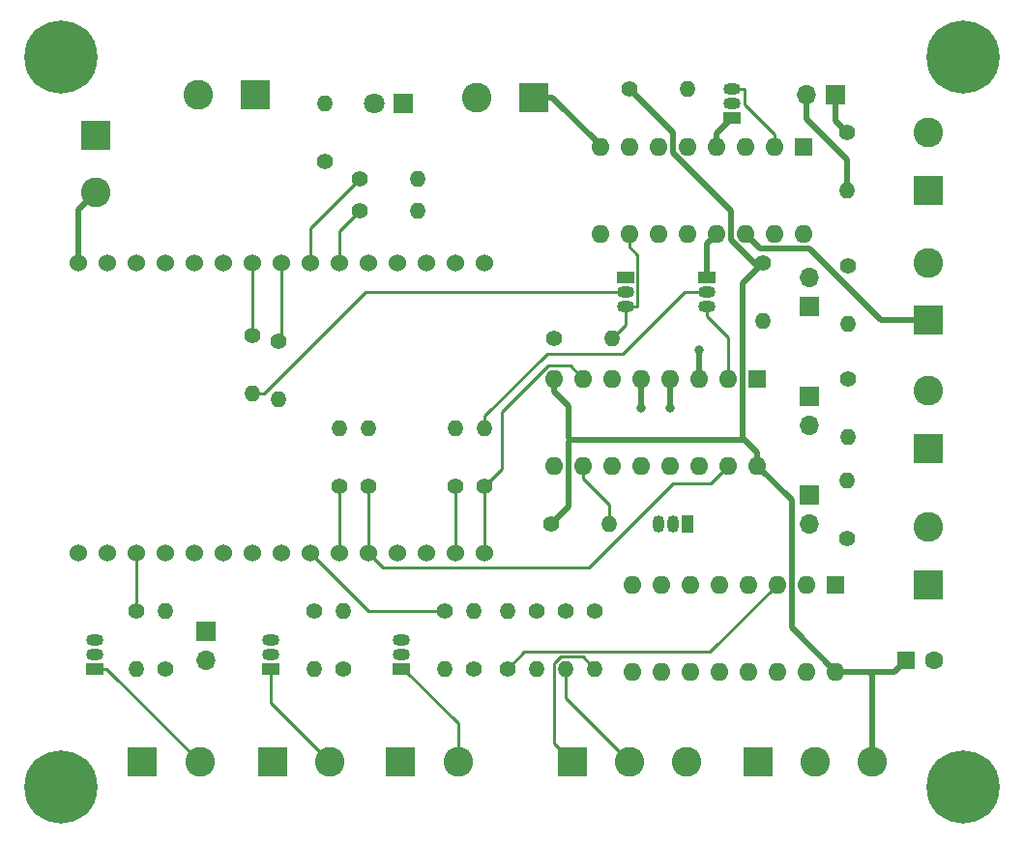
<source format=gbr>
%TF.GenerationSoftware,KiCad,Pcbnew,(5.99.0-11674-g69322a18e7)*%
%TF.CreationDate,2021-08-29T21:05:58+01:00*%
%TF.ProjectId,ScubarLightController,53637562-6172-44c6-9967-6874436f6e74,rev?*%
%TF.SameCoordinates,Original*%
%TF.FileFunction,Copper,L2,Bot*%
%TF.FilePolarity,Positive*%
%FSLAX46Y46*%
G04 Gerber Fmt 4.6, Leading zero omitted, Abs format (unit mm)*
G04 Created by KiCad (PCBNEW (5.99.0-11674-g69322a18e7)) date 2021-08-29 21:05:58*
%MOMM*%
%LPD*%
G01*
G04 APERTURE LIST*
%TA.AperFunction,ComponentPad*%
%ADD10C,1.400000*%
%TD*%
%TA.AperFunction,ComponentPad*%
%ADD11O,1.400000X1.400000*%
%TD*%
%TA.AperFunction,ComponentPad*%
%ADD12R,1.500000X1.050000*%
%TD*%
%TA.AperFunction,ComponentPad*%
%ADD13O,1.500000X1.050000*%
%TD*%
%TA.AperFunction,ComponentPad*%
%ADD14R,1.700000X1.700000*%
%TD*%
%TA.AperFunction,ComponentPad*%
%ADD15O,1.700000X1.700000*%
%TD*%
%TA.AperFunction,ComponentPad*%
%ADD16C,6.400000*%
%TD*%
%TA.AperFunction,ComponentPad*%
%ADD17C,0.800000*%
%TD*%
%TA.AperFunction,ComponentPad*%
%ADD18R,2.600000X2.600000*%
%TD*%
%TA.AperFunction,ComponentPad*%
%ADD19C,2.600000*%
%TD*%
%TA.AperFunction,ComponentPad*%
%ADD20O,1.600000X1.600000*%
%TD*%
%TA.AperFunction,ComponentPad*%
%ADD21R,1.600000X1.600000*%
%TD*%
%TA.AperFunction,ComponentPad*%
%ADD22C,1.524000*%
%TD*%
%TA.AperFunction,ComponentPad*%
%ADD23R,1.050000X1.500000*%
%TD*%
%TA.AperFunction,ComponentPad*%
%ADD24O,1.050000X1.500000*%
%TD*%
%TA.AperFunction,ComponentPad*%
%ADD25C,1.600000*%
%TD*%
%TA.AperFunction,ComponentPad*%
%ADD26R,1.800000X1.800000*%
%TD*%
%TA.AperFunction,ComponentPad*%
%ADD27C,1.800000*%
%TD*%
%TA.AperFunction,ViaPad*%
%ADD28C,0.800000*%
%TD*%
%TA.AperFunction,Conductor*%
%ADD29C,0.500000*%
%TD*%
%TA.AperFunction,Conductor*%
%ADD30C,0.250000*%
%TD*%
G04 APERTURE END LIST*
D10*
%TO.P,R23,1*%
%TO.N,Net-(J15-Pad1)*%
X57522500Y-76200000D03*
D11*
%TO.P,R23,2*%
%TO.N,+5V*%
X57522500Y-71120000D03*
%TD*%
D12*
%TO.P,Q3,1,E*%
%TO.N,GND*%
X77859500Y-41910000D03*
D13*
%TO.P,Q3,2,B*%
%TO.N,Net-(Q3-Pad2)*%
X77859500Y-43180000D03*
%TO.P,Q3,3,C*%
%TO.N,Net-(Q3-Pad3)*%
X77859500Y-44450000D03*
%TD*%
D10*
%TO.P,R1,1*%
%TO.N,Net-(J14-Pad2)*%
X30480000Y-76200000D03*
D11*
%TO.P,R1,2*%
%TO.N,+5V*%
X30480000Y-71120000D03*
%TD*%
D14*
%TO.P,J14,1,Pin_1*%
%TO.N,+5V*%
X34036000Y-72898000D03*
D15*
%TO.P,J14,2,Pin_2*%
%TO.N,Net-(J14-Pad2)*%
X34036000Y-75438000D03*
%TD*%
D10*
%TO.P,R27,1*%
%TO.N,Net-(R27-Pad1)*%
X68072000Y-71120000D03*
D11*
%TO.P,R27,2*%
%TO.N,/Adressable RGB/RGB_4_OUT*%
X68072000Y-76200000D03*
%TD*%
D16*
%TO.P,H3,1,1*%
%TO.N,GND*%
X100336000Y-86606000D03*
D17*
X98638944Y-84908944D03*
X102033056Y-84908944D03*
X97936000Y-86606000D03*
X102033056Y-88303056D03*
X98638944Y-88303056D03*
X102736000Y-86606000D03*
X100336000Y-84206000D03*
X100336000Y-89006000D03*
%TD*%
%TO.P,H1,1,1*%
%TO.N,GND*%
X19638944Y-88303056D03*
X21336000Y-84206000D03*
X19638944Y-84908944D03*
X23033056Y-88303056D03*
X23033056Y-84908944D03*
X18936000Y-86606000D03*
X21336000Y-89006000D03*
X23736000Y-86606000D03*
D16*
X21336000Y-86606000D03*
%TD*%
D18*
%TO.P,J12,1,Pin_1*%
%TO.N,GND*%
X38354000Y-25908000D03*
D19*
%TO.P,J12,2,Pin_2*%
%TO.N,+5V*%
X33354000Y-25908000D03*
%TD*%
D18*
%TO.P,J4,1,Pin_1*%
%TO.N,Net-(J17-Pad2)*%
X97282000Y-56896000D03*
D19*
%TO.P,J4,2,Pin_2*%
%TO.N,/5V Fairy Lights/L1_A*%
X97282000Y-51896000D03*
%TD*%
D20*
%TO.P,,7,GND*%
%TO.N,GND*%
X71374000Y-68834000D03*
%TD*%
D12*
%TO.P,Q6,1,E*%
%TO.N,GND*%
X70747500Y-41910000D03*
D13*
%TO.P,Q6,2,B*%
%TO.N,Net-(Q6-Pad2)*%
X70747500Y-43180000D03*
%TO.P,Q6,3,C*%
%TO.N,Net-(Q6-Pad3)*%
X70747500Y-44450000D03*
%TD*%
D18*
%TO.P,J15,1,Pin_1*%
%TO.N,Net-(J15-Pad1)*%
X51094000Y-84379000D03*
D19*
%TO.P,J15,2,Pin_2*%
%TO.N,Net-(J15-Pad2)*%
X56094000Y-84379000D03*
%TD*%
D10*
%TO.P,R25,1*%
%TO.N,Net-(R25-Pad1)*%
X62992000Y-71120000D03*
D11*
%TO.P,R25,2*%
%TO.N,/Adressable RGB/RGB_2_OUT*%
X62992000Y-76200000D03*
%TD*%
D10*
%TO.P,R10,1*%
%TO.N,/31V Fairy Lights/L2_A*%
X90260000Y-40894000D03*
D11*
%TO.P,R10,2*%
%TO.N,Net-(J10-Pad1)*%
X90260000Y-45974000D03*
%TD*%
D10*
%TO.P,R5,1*%
%TO.N,+5V*%
X82804000Y-40640000D03*
D11*
%TO.P,R5,2*%
%TO.N,Net-(Q3-Pad3)*%
X82804000Y-45720000D03*
%TD*%
D21*
%TO.P,U3,1,EN1\u002C2*%
%TO.N,Net-(R15-Pad2)*%
X86345000Y-30520000D03*
D20*
%TO.P,U3,2,1A*%
%TO.N,Net-(Q5-Pad3)*%
X83805000Y-30520000D03*
%TO.P,U3,3,1Y*%
%TO.N,/31V Fairy Lights/L1_A*%
X81265000Y-30520000D03*
%TO.P,U3,4,GND*%
%TO.N,GND*%
X78725000Y-30520000D03*
%TO.P,U3,5,GND*%
X76185000Y-30520000D03*
%TO.P,U3,6,2Y*%
%TO.N,/31V Fairy Lights/L1_B*%
X73645000Y-30520000D03*
%TO.P,U3,7,2A*%
%TO.N,S1_SEL*%
X71105000Y-30520000D03*
%TO.P,U3,8,VCC2*%
%TO.N,+28V*%
X68565000Y-30520000D03*
%TO.P,U3,9,EN3\u002C4*%
%TO.N,Net-(R16-Pad2)*%
X68565000Y-38140000D03*
%TO.P,U3,10,3A*%
%TO.N,Net-(Q6-Pad3)*%
X71105000Y-38140000D03*
%TO.P,U3,11,3Y*%
%TO.N,/31V Fairy Lights/L2_A*%
X73645000Y-38140000D03*
%TO.P,U3,12,GND*%
%TO.N,GND*%
X76185000Y-38140000D03*
%TO.P,U3,13,GND*%
X78725000Y-38140000D03*
%TO.P,U3,14,4Y*%
%TO.N,/31V Fairy Lights/L2_B*%
X81265000Y-38140000D03*
%TO.P,U3,15,4A*%
%TO.N,S2_SEL*%
X83805000Y-38140000D03*
%TO.P,U3,16,VCC1*%
%TO.N,+5V*%
X86345000Y-38140000D03*
%TD*%
D21*
%TO.P,U5,1,1~{OE}*%
%TO.N,GND*%
X89154000Y-68834000D03*
D20*
%TO.P,U5,2,1A*%
%TO.N,RGB_DATA_1*%
X86614000Y-68834000D03*
%TO.P,U5,3,1Y*%
%TO.N,Net-(R24-Pad1)*%
X84074000Y-68834000D03*
%TO.P,U5,4,2~{OE}*%
%TO.N,GND*%
X81534000Y-68834000D03*
%TO.P,U5,5,2A*%
%TO.N,/Adressable RGB/RGB_2_IN*%
X78994000Y-68834000D03*
%TO.P,U5,6,2Y*%
%TO.N,Net-(R25-Pad1)*%
X76454000Y-68834000D03*
%TO.P,U5,7,GND*%
%TO.N,GND*%
X73914000Y-68834000D03*
%TO.P,U5,8,3Y*%
%TO.N,Net-(R26-Pad1)*%
X73914000Y-76454000D03*
%TO.P,U5,9,3A*%
%TO.N,/Adressable RGB/RGB_3_IN*%
X76454000Y-76454000D03*
%TO.P,U5,10,3~{OE}*%
%TO.N,GND*%
X78994000Y-76454000D03*
%TO.P,U5,11,4Y*%
%TO.N,Net-(R27-Pad1)*%
X81534000Y-76454000D03*
%TO.P,U5,12,4A*%
%TO.N,/Adressable RGB/RGB_4_IN*%
X84074000Y-76454000D03*
%TO.P,U5,13,4~{OE}*%
%TO.N,GND*%
X86614000Y-76454000D03*
%TO.P,U5,14,Vcc*%
%TO.N,+5V*%
X89154000Y-76454000D03*
%TD*%
D10*
%TO.P,R22,1*%
%TO.N,LED_3*%
X54982500Y-71120000D03*
D11*
%TO.P,R22,2*%
%TO.N,Net-(Q7-Pad2)*%
X54982500Y-76200000D03*
%TD*%
D10*
%TO.P,R13,1*%
%TO.N,+5V*%
X71120000Y-25440000D03*
D11*
%TO.P,R13,2*%
%TO.N,Net-(Q5-Pad3)*%
X76200000Y-25440000D03*
%TD*%
D22*
%TO.P,U4,1,EN*%
%TO.N,unconnected-(U4-Pad1)*%
X58420000Y-40640000D03*
%TO.P,U4,2,IO36/VP*%
%TO.N,unconnected-(U4-Pad2)*%
X55880000Y-40640000D03*
%TO.P,U4,3,IO39/VN*%
%TO.N,unconnected-(U4-Pad3)*%
X53340000Y-40640000D03*
%TO.P,U4,4,IO34*%
%TO.N,unconnected-(U4-Pad4)*%
X50800000Y-40640000D03*
%TO.P,U4,5,IO35*%
%TO.N,unconnected-(U4-Pad5)*%
X48260000Y-40640000D03*
%TO.P,U4,6,IO32*%
%TO.N,S1_PWM*%
X45720000Y-40640000D03*
%TO.P,U4,7,IO33*%
%TO.N,S1_SEL*%
X43180000Y-40640000D03*
%TO.P,U4,8,IO25*%
%TO.N,S2_PWM*%
X40640000Y-40640000D03*
%TO.P,U4,9,IO26*%
%TO.N,S2_SEL*%
X38100000Y-40640000D03*
%TO.P,U4,10,IO27*%
%TO.N,unconnected-(U4-Pad10)*%
X35560000Y-40640000D03*
%TO.P,U4,11,IO14*%
%TO.N,unconnected-(U4-Pad11)*%
X33020000Y-40640000D03*
%TO.P,U4,12,IO12*%
%TO.N,unconnected-(U4-Pad12)*%
X30480000Y-40640000D03*
%TO.P,U4,13,IO13*%
%TO.N,unconnected-(U4-Pad13)*%
X27940000Y-40640000D03*
%TO.P,U4,14,GND*%
%TO.N,GND*%
X25400000Y-40640000D03*
%TO.P,U4,15,VIN*%
%TO.N,+5V*%
X22860000Y-40640000D03*
%TO.P,U4,16,IO23*%
%TO.N,S3_SEL*%
X58420000Y-66040000D03*
%TO.P,U4,17,IO22*%
%TO.N,S3_PWM*%
X55880000Y-66040000D03*
%TO.P,U4,18,IO1/TX0*%
%TO.N,unconnected-(U4-Pad18)*%
X53340000Y-66040000D03*
%TO.P,U4,19,IO3/RX0*%
%TO.N,unconnected-(U4-Pad19)*%
X50800000Y-66040000D03*
%TO.P,U4,20,IO21*%
%TO.N,S4_SEL*%
X48260000Y-66040000D03*
%TO.P,U4,21,IO19*%
%TO.N,S4_PWM*%
X45720000Y-66040000D03*
%TO.P,U4,22,IO18*%
%TO.N,LED_3*%
X43180000Y-66040000D03*
%TO.P,U4,23,IO5*%
%TO.N,RGB_DATA_1*%
X40640000Y-66040000D03*
%TO.P,U4,24,IO17/TX2*%
%TO.N,unconnected-(U4-Pad24)*%
X38100000Y-66040000D03*
%TO.P,U4,25,IO16/RX2*%
%TO.N,unconnected-(U4-Pad25)*%
X35560000Y-66040000D03*
%TO.P,U4,26,IO4*%
%TO.N,LED_2*%
X33020000Y-66040000D03*
%TO.P,U4,27,IO2*%
%TO.N,unconnected-(U4-Pad27)*%
X30480000Y-66040000D03*
%TO.P,U4,28,IO15*%
%TO.N,LED_1*%
X27940000Y-66040000D03*
%TO.P,U4,29,GND*%
%TO.N,GND*%
X25400000Y-66040000D03*
%TO.P,U4,30,3V3*%
%TO.N,unconnected-(U4-Pad30)*%
X22860000Y-66040000D03*
%TD*%
D14*
%TO.P,J17,1,Pin_1*%
%TO.N,/5V Fairy Lights/L1_B*%
X86868000Y-52324000D03*
D15*
%TO.P,J17,2,Pin_2*%
%TO.N,Net-(J17-Pad2)*%
X86868000Y-54864000D03*
%TD*%
D21*
%TO.P,U2,1,EN1\u002C2*%
%TO.N,Net-(R7-Pad2)*%
X82296000Y-50800000D03*
D20*
%TO.P,U2,2,1A*%
%TO.N,Net-(Q3-Pad3)*%
X79756000Y-50800000D03*
%TO.P,U2,3,1Y*%
%TO.N,/5V Fairy Lights/L1_A*%
X77216000Y-50800000D03*
%TO.P,U2,4,GND*%
%TO.N,GND*%
X74676000Y-50800000D03*
%TO.P,U2,5,GND*%
X72136000Y-50800000D03*
%TO.P,U2,6,2Y*%
%TO.N,/5V Fairy Lights/L1_B*%
X69596000Y-50800000D03*
%TO.P,U2,7,2A*%
%TO.N,S3_SEL*%
X67056000Y-50800000D03*
%TO.P,U2,8,VCC2*%
%TO.N,+5V*%
X64516000Y-50800000D03*
%TO.P,U2,9,EN3\u002C4*%
%TO.N,Net-(R8-Pad2)*%
X64516000Y-58420000D03*
%TO.P,U2,10,3A*%
%TO.N,Net-(Q4-Pad3)*%
X67056000Y-58420000D03*
%TO.P,U2,11,3Y*%
%TO.N,/5V Fairy Lights/L2_A*%
X69596000Y-58420000D03*
%TO.P,U2,12,GND*%
%TO.N,GND*%
X72136000Y-58420000D03*
%TO.P,U2,13,GND*%
X74676000Y-58420000D03*
%TO.P,U2,14,4Y*%
%TO.N,/5V Fairy Lights/L2_B*%
X77216000Y-58420000D03*
%TO.P,U2,15,4A*%
%TO.N,S4_SEL*%
X79756000Y-58420000D03*
%TO.P,U2,16,VCC1*%
%TO.N,+5V*%
X82296000Y-58420000D03*
%TD*%
D14*
%TO.P,J9,1,Pin_1*%
%TO.N,/31V Fairy Lights/L1_B*%
X89154000Y-25908000D03*
D15*
%TO.P,J9,2,Pin_2*%
%TO.N,Net-(J2-Pad1)*%
X86614000Y-25908000D03*
%TD*%
D10*
%TO.P,R26,1*%
%TO.N,Net-(R26-Pad1)*%
X65532000Y-71120000D03*
D11*
%TO.P,R26,2*%
%TO.N,/Adressable RGB/RGB_3_OUT*%
X65532000Y-76200000D03*
%TD*%
D23*
%TO.P,Q4,1,E*%
%TO.N,GND*%
X76200000Y-63500000D03*
D24*
%TO.P,Q4,2,B*%
%TO.N,Net-(Q4-Pad2)*%
X74930000Y-63500000D03*
%TO.P,Q4,3,C*%
%TO.N,Net-(Q4-Pad3)*%
X73660000Y-63500000D03*
%TD*%
D12*
%TO.P,Q1,1,C*%
%TO.N,Net-(J7-Pad2)*%
X39742500Y-76200000D03*
D13*
%TO.P,Q1,2,B*%
%TO.N,Net-(Q1-Pad2)*%
X39742500Y-74930000D03*
%TO.P,Q1,3,E*%
%TO.N,GND*%
X39742500Y-73660000D03*
%TD*%
D10*
%TO.P,R20,1*%
%TO.N,LED_2*%
X43552500Y-71120000D03*
D11*
%TO.P,R20,2*%
%TO.N,Net-(Q1-Pad2)*%
X43552500Y-76200000D03*
%TD*%
D10*
%TO.P,R19,1*%
%TO.N,LED_1*%
X27940000Y-71120000D03*
D11*
%TO.P,R19,2*%
%TO.N,Net-(Q2-Pad2)*%
X27940000Y-76200000D03*
%TD*%
D10*
%TO.P,R2,1*%
%TO.N,+5V*%
X44450000Y-31750000D03*
D11*
%TO.P,R2,2*%
%TO.N,Net-(D1-Pad2)*%
X44450000Y-26670000D03*
%TD*%
D10*
%TO.P,R14,1*%
%TO.N,+5V*%
X64516000Y-47244000D03*
D11*
%TO.P,R14,2*%
%TO.N,Net-(Q6-Pad3)*%
X69596000Y-47244000D03*
%TD*%
D18*
%TO.P,J8,1,Pin_1*%
%TO.N,GND*%
X24384000Y-29504000D03*
D19*
%TO.P,J8,2,Pin_2*%
%TO.N,+5V*%
X24384000Y-34504000D03*
%TD*%
D12*
%TO.P,Q5,1,E*%
%TO.N,GND*%
X80100000Y-27940000D03*
D13*
%TO.P,Q5,2,B*%
%TO.N,Net-(Q5-Pad2)*%
X80100000Y-26670000D03*
%TO.P,Q5,3,C*%
%TO.N,Net-(Q5-Pad3)*%
X80100000Y-25400000D03*
%TD*%
D10*
%TO.P,R21,1*%
%TO.N,Net-(J7-Pad1)*%
X46092500Y-76200000D03*
D11*
%TO.P,R21,2*%
%TO.N,+5V*%
X46092500Y-71120000D03*
%TD*%
D12*
%TO.P,Q2,1,C*%
%TO.N,Net-(J6-Pad2)*%
X24265500Y-76200000D03*
D13*
%TO.P,Q2,2,B*%
%TO.N,Net-(Q2-Pad2)*%
X24265500Y-74930000D03*
%TO.P,Q2,3,E*%
%TO.N,GND*%
X24265500Y-73660000D03*
%TD*%
D20*
%TO.P,,7,GND*%
%TO.N,GND*%
X71374000Y-76454000D03*
%TD*%
D14*
%TO.P,J10,1,Pin_1*%
%TO.N,Net-(J10-Pad1)*%
X86868000Y-44450000D03*
D15*
%TO.P,J10,2,Pin_2*%
%TO.N,/31V Fairy Lights/L2_A*%
X86868000Y-41910000D03*
%TD*%
D12*
%TO.P,Q7,1,C*%
%TO.N,Net-(J15-Pad2)*%
X51172500Y-76200000D03*
D13*
%TO.P,Q7,2,B*%
%TO.N,Net-(Q7-Pad2)*%
X51172500Y-74930000D03*
%TO.P,Q7,3,E*%
%TO.N,GND*%
X51172500Y-73660000D03*
%TD*%
D10*
%TO.P,R12,1*%
%TO.N,S2_SEL*%
X38100000Y-46990000D03*
D11*
%TO.P,R12,2*%
%TO.N,Net-(Q6-Pad2)*%
X38100000Y-52070000D03*
%TD*%
D18*
%TO.P,J6,1,Pin_1*%
%TO.N,Net-(J14-Pad2)*%
X28488000Y-84379000D03*
D19*
%TO.P,J6,2,Pin_2*%
%TO.N,Net-(J6-Pad2)*%
X33488000Y-84379000D03*
%TD*%
D18*
%TO.P,J13,1,Pin_1*%
%TO.N,GND*%
X82376000Y-84379000D03*
D19*
%TO.P,J13,2,Pin_2*%
%TO.N,/Adressable RGB/RGB_1_OUT*%
X87376000Y-84379000D03*
%TO.P,J13,3,Pin_3*%
%TO.N,+5V*%
X92376000Y-84379000D03*
%TD*%
D21*
%TO.P,C3,1*%
%TO.N,+5V*%
X95314900Y-75438000D03*
D25*
%TO.P,C3,2*%
%TO.N,GND*%
X97814900Y-75438000D03*
%TD*%
D14*
%TO.P,J18,1,Pin_1*%
%TO.N,Net-(J18-Pad1)*%
X86868000Y-60960000D03*
D15*
%TO.P,J18,2,Pin_2*%
%TO.N,/5V Fairy Lights/L2_A*%
X86868000Y-63500000D03*
%TD*%
D10*
%TO.P,R6,1*%
%TO.N,+5V*%
X64262000Y-63500000D03*
D11*
%TO.P,R6,2*%
%TO.N,Net-(Q4-Pad3)*%
X69342000Y-63500000D03*
%TD*%
D26*
%TO.P,D1,1,K*%
%TO.N,GND*%
X51313000Y-26670000D03*
D27*
%TO.P,D1,2,A*%
%TO.N,Net-(D1-Pad2)*%
X48773000Y-26670000D03*
%TD*%
D10*
%TO.P,R9,1*%
%TO.N,/31V Fairy Lights/L1_B*%
X90170000Y-29210000D03*
D11*
%TO.P,R9,2*%
%TO.N,Net-(J2-Pad1)*%
X90170000Y-34290000D03*
%TD*%
D18*
%TO.P,J11,1,Pin_1*%
%TO.N,/Adressable RGB/RGB_4_OUT*%
X66120000Y-84379000D03*
D19*
%TO.P,J11,2,Pin_2*%
%TO.N,/Adressable RGB/RGB_3_OUT*%
X71120000Y-84379000D03*
%TO.P,J11,3,Pin_3*%
%TO.N,/Adressable RGB/RGB_2_OUT*%
X76120000Y-84379000D03*
%TD*%
D10*
%TO.P,R3,1*%
%TO.N,S3_SEL*%
X58420000Y-60198000D03*
D11*
%TO.P,R3,2*%
%TO.N,Net-(Q3-Pad2)*%
X58420000Y-55118000D03*
%TD*%
D18*
%TO.P,J2,1,Pin_1*%
%TO.N,Net-(J2-Pad1)*%
X97282000Y-34290000D03*
D19*
%TO.P,J2,2,Pin_2*%
%TO.N,/31V Fairy Lights/L1_A*%
X97282000Y-29290000D03*
%TD*%
D10*
%TO.P,R18,1*%
%TO.N,/5V Fairy Lights/L2_A*%
X90170000Y-64770000D03*
D11*
%TO.P,R18,2*%
%TO.N,Net-(J18-Pad1)*%
X90170000Y-59690000D03*
%TD*%
D18*
%TO.P,J1,1,Pin_1*%
%TO.N,+28V*%
X62738000Y-26162000D03*
D19*
%TO.P,J1,2,Pin_2*%
%TO.N,GND*%
X57738000Y-26162000D03*
%TD*%
D10*
%TO.P,R24,1*%
%TO.N,Net-(R24-Pad1)*%
X60452000Y-76200000D03*
D11*
%TO.P,R24,2*%
%TO.N,/Adressable RGB/RGB_1_OUT*%
X60452000Y-71120000D03*
%TD*%
D18*
%TO.P,J7,1,Pin_1*%
%TO.N,Net-(J7-Pad1)*%
X39878000Y-84328000D03*
D19*
%TO.P,J7,2,Pin_2*%
%TO.N,Net-(J7-Pad2)*%
X44878000Y-84328000D03*
%TD*%
D10*
%TO.P,R4,1*%
%TO.N,S4_SEL*%
X48260000Y-60198000D03*
D11*
%TO.P,R4,2*%
%TO.N,Net-(Q4-Pad2)*%
X48260000Y-55118000D03*
%TD*%
D10*
%TO.P,R17,1*%
%TO.N,/5V Fairy Lights/L1_B*%
X90260000Y-50800000D03*
D11*
%TO.P,R17,2*%
%TO.N,Net-(J17-Pad2)*%
X90260000Y-55880000D03*
%TD*%
D10*
%TO.P,R15,1*%
%TO.N,S1_PWM*%
X47498000Y-36068000D03*
D11*
%TO.P,R15,2*%
%TO.N,Net-(R15-Pad2)*%
X52578000Y-36068000D03*
%TD*%
D10*
%TO.P,R11,1*%
%TO.N,S1_SEL*%
X47498000Y-33274000D03*
D11*
%TO.P,R11,2*%
%TO.N,Net-(Q5-Pad2)*%
X52578000Y-33274000D03*
%TD*%
D18*
%TO.P,J5,1,Pin_1*%
%TO.N,/5V Fairy Lights/L2_B*%
X97282000Y-68834000D03*
D19*
%TO.P,J5,2,Pin_2*%
%TO.N,Net-(J18-Pad1)*%
X97282000Y-63834000D03*
%TD*%
D17*
%TO.P,H2,1,1*%
%TO.N,GND*%
X100336000Y-20206000D03*
X100336000Y-25006000D03*
X102033056Y-20908944D03*
X97936000Y-22606000D03*
X102033056Y-24303056D03*
X98638944Y-24303056D03*
X102736000Y-22606000D03*
D16*
X100336000Y-22606000D03*
D17*
X98638944Y-20908944D03*
%TD*%
D10*
%TO.P,R16,1*%
%TO.N,S2_PWM*%
X40386000Y-47498000D03*
D11*
%TO.P,R16,2*%
%TO.N,Net-(R16-Pad2)*%
X40386000Y-52578000D03*
%TD*%
D10*
%TO.P,R8,1*%
%TO.N,S4_PWM*%
X45720000Y-60198000D03*
D11*
%TO.P,R8,2*%
%TO.N,Net-(R8-Pad2)*%
X45720000Y-55118000D03*
%TD*%
D17*
%TO.P,H4,1,1*%
%TO.N,GND*%
X18936000Y-22606000D03*
X23736000Y-22606000D03*
X19638944Y-20908944D03*
X23033056Y-20908944D03*
X23033056Y-24303056D03*
D16*
X21336000Y-22606000D03*
D17*
X19638944Y-24303056D03*
X21336000Y-25006000D03*
X21336000Y-20206000D03*
%TD*%
D10*
%TO.P,R7,1*%
%TO.N,S3_PWM*%
X55880000Y-60198000D03*
D11*
%TO.P,R7,2*%
%TO.N,Net-(R7-Pad2)*%
X55880000Y-55118000D03*
%TD*%
D18*
%TO.P,J3,1,Pin_1*%
%TO.N,/31V Fairy Lights/L2_B*%
X97282000Y-45680000D03*
D19*
%TO.P,J3,2,Pin_2*%
%TO.N,Net-(J10-Pad1)*%
X97282000Y-40680000D03*
%TD*%
D28*
%TO.N,GND*%
X72136000Y-53340000D03*
X74676000Y-53340000D03*
%TO.N,/5V Fairy Lights/L1_A*%
X77216000Y-48260000D03*
%TD*%
D29*
%TO.N,GND*%
X77859500Y-39005500D02*
X78725000Y-38140000D01*
X77859500Y-41910000D02*
X77859500Y-39005500D01*
X78725000Y-29315000D02*
X80100000Y-27940000D01*
X74676000Y-50800000D02*
X74676000Y-53340000D01*
X78725000Y-30520000D02*
X78725000Y-29315000D01*
X72136000Y-50800000D02*
X72136000Y-53340000D01*
D30*
%TO.N,LED_1*%
X27940000Y-71120000D02*
X27940000Y-66040000D01*
D29*
%TO.N,+5V*%
X71120000Y-25440000D02*
X74915000Y-29235000D01*
X80010000Y-38652076D02*
X82349924Y-40992000D01*
X65786000Y-61976000D02*
X65786000Y-56314000D01*
X89154000Y-76454000D02*
X92122000Y-76454000D01*
X81170600Y-56169300D02*
X65930700Y-56169300D01*
D30*
X82452000Y-40992000D02*
X82804000Y-40640000D01*
D29*
X92122000Y-76454000D02*
X94298900Y-76454000D01*
X22860000Y-36028000D02*
X22860000Y-40640000D01*
X85323511Y-72623511D02*
X85323511Y-61447511D01*
X92122000Y-76454000D02*
X92376000Y-76708000D01*
X24384000Y-34504000D02*
X22860000Y-36028000D01*
X64516000Y-51925300D02*
X64516000Y-50800000D01*
X82349924Y-40992000D02*
X82452000Y-40992000D01*
X92376000Y-76708000D02*
X92376000Y-84379000D01*
X74915000Y-31017076D02*
X80010000Y-36112076D01*
X81026000Y-56024700D02*
X81026000Y-42418000D01*
X81026000Y-42418000D02*
X82452000Y-40992000D01*
X64262000Y-63500000D02*
X65786000Y-61976000D01*
X65786000Y-56024600D02*
X65786000Y-53195300D01*
X85323511Y-72623511D02*
X89154000Y-76454000D01*
X82296000Y-57294700D02*
X81170600Y-56169300D01*
X81170600Y-56169300D02*
X81026000Y-56024700D01*
X85323511Y-61447511D02*
X82296000Y-58420000D01*
X65930700Y-56169300D02*
X65786000Y-56314000D01*
X80010000Y-36112076D02*
X80010000Y-38652076D01*
X94298900Y-76454000D02*
X95314900Y-75438000D01*
X74915000Y-29235000D02*
X74915000Y-31017076D01*
X82296000Y-58420000D02*
X82296000Y-57294700D01*
X65786000Y-53195300D02*
X64516000Y-51925300D01*
D30*
%TO.N,S4_PWM*%
X45720000Y-60198000D02*
X45720000Y-66040000D01*
%TO.N,Net-(Q3-Pad3)*%
X79756000Y-49674700D02*
X79756000Y-47196800D01*
X79756000Y-50800000D02*
X79756000Y-49674700D01*
X77859500Y-44450000D02*
X77859500Y-45300300D01*
X79756000Y-47196800D02*
X77859500Y-45300300D01*
%TO.N,S1_SEL*%
X47498000Y-33274000D02*
X43180000Y-37592000D01*
X43180000Y-37592000D02*
X43180000Y-40640000D01*
%TO.N,S4_SEL*%
X74930000Y-59944000D02*
X78232000Y-59944000D01*
X48260000Y-60198000D02*
X48260000Y-66040000D01*
X78232000Y-59944000D02*
X79756000Y-58420000D01*
X48260000Y-66040000D02*
X49530000Y-67310000D01*
X49530000Y-67310000D02*
X67564000Y-67310000D01*
X67564000Y-67310000D02*
X74930000Y-59944000D01*
%TO.N,S3_PWM*%
X55880000Y-60198000D02*
X55880000Y-66040000D01*
%TO.N,S3_SEL*%
X58420000Y-60198000D02*
X59942500Y-58675500D01*
X59942500Y-58675500D02*
X59942500Y-53745500D01*
X58420000Y-60198000D02*
X58420000Y-66040000D01*
X59942500Y-53745500D02*
X64013300Y-49674700D01*
X64013300Y-49674700D02*
X65930700Y-49674700D01*
X65930700Y-49674700D02*
X67056000Y-50800000D01*
%TO.N,S2_SEL*%
X38100000Y-46990000D02*
X38100000Y-40640000D01*
%TO.N,S1_PWM*%
X45720000Y-37846000D02*
X45720000Y-40640000D01*
X47498000Y-36068000D02*
X45720000Y-37846000D01*
%TO.N,S2_PWM*%
X40640000Y-46990000D02*
X40640000Y-40640000D01*
%TO.N,Net-(Q4-Pad3)*%
X67056000Y-58420000D02*
X67056000Y-59545300D01*
X69342000Y-61831300D02*
X67056000Y-59545300D01*
X69342000Y-63500000D02*
X69342000Y-61831300D01*
%TO.N,Net-(Q3-Pad2)*%
X63904100Y-48608600D02*
X70515500Y-48608600D01*
X58420000Y-55118000D02*
X58420000Y-54092700D01*
X75944100Y-43180000D02*
X77859500Y-43180000D01*
X70515500Y-48608600D02*
X75944100Y-43180000D01*
X58420000Y-54092700D02*
X63904100Y-48608600D01*
%TO.N,Net-(Q5-Pad3)*%
X81175300Y-26765000D02*
X83805000Y-29394700D01*
X80100000Y-25400000D02*
X81175300Y-25400000D01*
X81175300Y-25400000D02*
X81175300Y-26765000D01*
X83805000Y-30520000D02*
X83805000Y-29394700D01*
D29*
%TO.N,+28V*%
X68565000Y-30363700D02*
X68565000Y-30520000D01*
X64363300Y-26162000D02*
X68565000Y-30363700D01*
X62738000Y-26162000D02*
X64363300Y-26162000D01*
%TO.N,/31V Fairy Lights/L1_B*%
X89154000Y-28194000D02*
X89154000Y-25908000D01*
X90170000Y-29210000D02*
X89154000Y-28194000D01*
%TO.N,/31V Fairy Lights/L2_B*%
X85827435Y-39389511D02*
X85807924Y-39370000D01*
X93153054Y-45680000D02*
X86862565Y-39389511D01*
X82514511Y-39389511D02*
X81265000Y-38140000D01*
X86862565Y-39389511D02*
X85827435Y-39389511D01*
X85807924Y-39370000D02*
X84342076Y-39370000D01*
X97333000Y-45680000D02*
X93153054Y-45680000D01*
X84342076Y-39370000D02*
X84322565Y-39389511D01*
X84322565Y-39389511D02*
X82514511Y-39389511D01*
%TO.N,/5V Fairy Lights/L1_A*%
X77216000Y-48260000D02*
X77216000Y-50800000D01*
D30*
%TO.N,Net-(Q6-Pad3)*%
X70747500Y-46092500D02*
X69596000Y-47244000D01*
X71822800Y-39983100D02*
X71822800Y-44450000D01*
X70747500Y-44450000D02*
X70747500Y-46092500D01*
X71105000Y-39265300D02*
X71822800Y-39983100D01*
X71105000Y-38140000D02*
X71105000Y-39265300D01*
X70747500Y-44450000D02*
X71822800Y-44450000D01*
%TO.N,Net-(Q6-Pad2)*%
X48015300Y-43180000D02*
X70747500Y-43180000D01*
X39125300Y-52070000D02*
X48015300Y-43180000D01*
X38100000Y-52070000D02*
X39125300Y-52070000D01*
%TO.N,Net-(J6-Pad2)*%
X25340800Y-76231800D02*
X25340800Y-76200000D01*
X33488000Y-84379000D02*
X25340800Y-76231800D01*
X24265500Y-76200000D02*
X25340800Y-76200000D01*
%TO.N,Net-(J7-Pad2)*%
X44878000Y-84328000D02*
X39742500Y-79192500D01*
X39742500Y-79192500D02*
X39742500Y-76200000D01*
%TO.N,LED_3*%
X48260000Y-71120000D02*
X54982500Y-71120000D01*
X43180000Y-66040000D02*
X48260000Y-71120000D01*
%TO.N,Net-(R24-Pad1)*%
X78182820Y-74725180D02*
X61926820Y-74725180D01*
X61926820Y-74725180D02*
X60452000Y-76200000D01*
X84074000Y-68834000D02*
X78182820Y-74725180D01*
%TO.N,/Adressable RGB/RGB_3_OUT*%
X71120000Y-84379000D02*
X71120000Y-84328000D01*
X65532000Y-78740000D02*
X65532000Y-76200000D01*
X71120000Y-84328000D02*
X65532000Y-78740000D01*
%TO.N,/Adressable RGB/RGB_4_OUT*%
X66120000Y-84379000D02*
X64498500Y-82757500D01*
X67046700Y-75174700D02*
X68072000Y-76200000D01*
X65083300Y-75174700D02*
X67046700Y-75174700D01*
X64498500Y-82757500D02*
X64498500Y-75759500D01*
X64498500Y-75759500D02*
X65083300Y-75174700D01*
D29*
%TO.N,Net-(J2-Pad1)*%
X86614000Y-28030000D02*
X86614000Y-25908000D01*
X90170000Y-34290000D02*
X90170000Y-31586000D01*
X90170000Y-31586000D02*
X86614000Y-28030000D01*
D30*
%TO.N,Net-(J15-Pad2)*%
X51172500Y-76200000D02*
X51308000Y-76200000D01*
X56094000Y-80986000D02*
X56094000Y-84379000D01*
X51308000Y-76200000D02*
X56094000Y-80986000D01*
%TD*%
M02*

</source>
